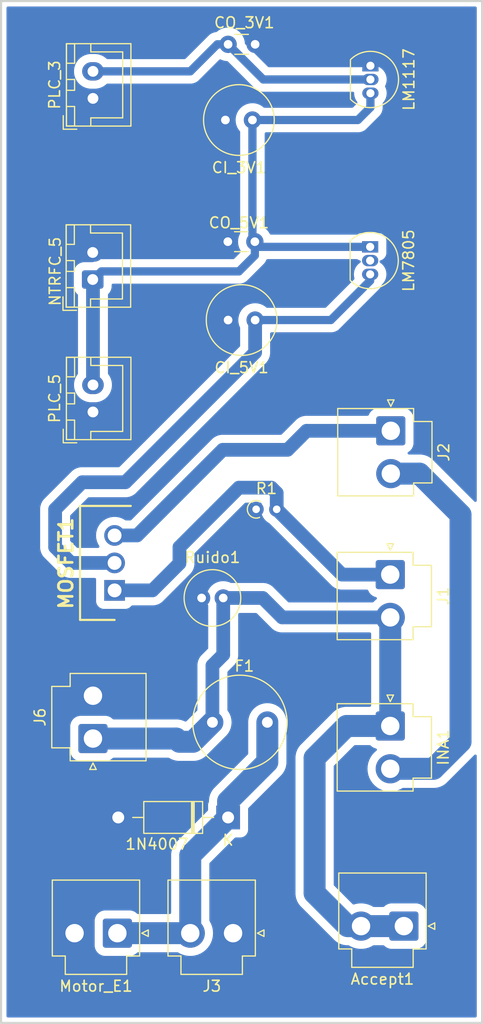
<source format=kicad_pcb>
(kicad_pcb (version 20240108) (generator "pcbnew") (generator_version "8.0")
  (layers (0 "F.Cu" signal) (31 "B.Cu" signal) (34 "B.Paste" user) (35 "F.Paste" user) (36 "B.SilkS" user "B.Silkscreen") (37 "F.SilkS" user "F.Silkscreen") (38 "B.Mask" user) (39 "F.Mask" user) (44 "Edge.Cuts" user))
  (net 0 "")
  (net 1 "/GND")
  (net 2 "/Regulator")
  (net 3 "/5V")
  (net 4 "/3.3V")
  (net 5 "/Motor")
  (net 6 "/12V")
  (net 7 "/Gate")
  (net 8 "/BA")
  (net 9 "/CRCT")
  (footprint "Connector_JST:JST_XH_B2B-XH-A_1x02_P2.50mm_Vertical" (layer "F.Cu") (at 113 97.5 90)
    (property "Reference" "PLC_5" (at 1.25 -3.55 90) (layer "F.SilkS"))
    (property "Value" "Conn_01x02_Pin")
    (fp_line (start -1.6 -2.75) (end -2.85 -2.75) (stroke (width 0.12)) (layer "F.SilkS"))
    (fp_line (start -2.85 -2.75) (end -2.85 -1.5) (stroke (width 0.12)) (layer "F.SilkS"))
    (fp_line (start 5.06 -2.46) (end -2.56 -2.46) (stroke (width 0.12)) (layer "F.SilkS"))
    (fp_line (start -2.56 -2.46) (end -2.56 3.51) (stroke (width 0.12)) (layer "F.SilkS"))
    (fp_line (start 5.05 -2.45) (end 3.25 -2.45) (stroke (width 0.12)) (layer "F.SilkS"))
    (fp_line (start 3.25 -2.45) (end 3.25 -1.7) (stroke (width 0.12)) (layer "F.SilkS"))
    (fp_line (start 1.75 -2.45) (end 0.75 -2.45) (stroke (width 0.12)) (layer "F.SilkS"))
    (fp_line (start 0.75 -2.45) (end 0.75 -1.7) (stroke (width 0.12)) (layer "F.SilkS"))
    (fp_line (start -0.75 -2.45) (end -2.55 -2.45) (stroke (width 0.12)) (layer "F.SilkS"))
    (fp_line (start -2.55 -2.45) (end -2.55 -1.7) (stroke (width 0.12)) (layer "F.SilkS"))
    (fp_line (start 5.05 -1.7) (end 5.05 -2.45) (stroke (width 0.12)) (layer "F.SilkS"))
    (fp_line (start 3.25 -1.7) (end 5.05 -1.7) (stroke (width 0.12)) (layer "F.SilkS"))
    (fp_line (start 1.75 -1.7) (end 1.75 -2.45) (stroke (width 0.12)) (layer "F.SilkS"))
    (fp_line (start 0.75 -1.7) (end 1.75 -1.7) (stroke (width 0.12)) (layer "F.SilkS"))
    (fp_line (start -0.75 -1.7) (end -0.75 -2.45) (stroke (width 0.12)) (layer "F.SilkS"))
    (fp_line (start -2.55 -1.7) (end -0.75 -1.7) (stroke (width 0.12)) (layer "F.SilkS"))
    (fp_line (start 5.05 -0.2) (end 4.3 -0.2) (stroke (width 0.12)) (layer "F.SilkS"))
    (fp_line (start 4.3 -0.2) (end 4.3 2.75) (stroke (width 0.12)) (layer "F.SilkS"))
    (fp_line (start -1.8 -0.2) (end -1.8 2.75) (stroke (width 0.12)) (layer "F.SilkS"))
    (fp_line (start -2.55 -0.2) (end -1.8 -0.2) (stroke (width 0.12)) (layer "F.SilkS"))
    (fp_line (start 4.3 2.75) (end 1.25 2.75) (stroke (width 0.12)) (layer "F.SilkS"))
    (fp_line (start -1.8 2.75) (end 1.25 2.75) (stroke (width 0.12)) (layer "F.SilkS"))
    (fp_line (start 5.06 3.51) (end 5.06 -2.46) (stroke (width 0.12)) (layer "F.SilkS"))
    (fp_line (start -2.56 3.51) (end 5.06 3.51) (stroke (width 0.12)) (layer "F.SilkS"))
    (pad "1" thru_hole roundrect (at 0 0 90) (size 1.7 2) (drill 1) (layers "*.Cu" "*.Mask") (roundrect_rratio 0.147059) (net 1 "/GND"))
    (pad "2" thru_hole oval (at 2.5 0 90) (size 1.7 2) (drill 1) (layers "*.Cu" "*.Mask") (net 3 "/5V"))
  )
  (footprint "Diode_THT:D_DO-41_SOD81_P10.16mm_Horizontal" (layer "F.Cu") (at 125.5 135 180)
    (property "Reference" "1N4007" (at 6.58 -2.47 0) (layer "F.SilkS"))
    (property "Value" "1N4007")
    (fp_line (start 8.82 0) (end 7.8 0) (stroke (width 0.12)) (layer "F.SilkS"))
    (fp_line (start 7.8 1.47) (end 7.8 -1.47) (stroke (width 0.12)) (layer "F.SilkS"))
    (fp_line (start 7.8 -1.47) (end 2.36 -1.47) (stroke (width 0.12)) (layer "F.SilkS"))
    (fp_line (start 3.38 -1.47) (end 3.38 1.47) (stroke (width 0.12)) (layer "F.SilkS"))
    (fp_line (start 3.26 -1.47) (end 3.26 1.47) (stroke (width 0.12)) (layer "F.SilkS"))
    (fp_line (start 3.14 -1.47) (end 3.14 1.47) (stroke (width 0.12)) (layer "F.SilkS"))
    (fp_line (start 2.36 1.47) (end 7.8 1.47) (stroke (width 0.12)) (layer "F.SilkS"))
    (fp_line (start 2.36 -1.47) (end 2.36 1.47) (stroke (width 0.12)) (layer "F.SilkS"))
    (fp_line (start 1.34 0) (end 2.36 0) (stroke (width 0.12)) (layer "F.SilkS"))
    (fp_text user "K" (at 0 -2.1 0) (layer "F.SilkS"))
    (pad "1" thru_hole rect (at 0 0 180) (size 2.2 2.2) (drill 1.1) (layers "*.Cu" "*.Mask") (net 5 "/Motor"))
    (pad "2" thru_hole oval (at 10.16 0 180) (size 2.2 2.2) (drill 1.1) (layers "*.Cu" "*.Mask") (net 1 "/GND"))
  )
  (footprint "Connector_JST:JST_VH_B2P-VH_1x02_P3.96mm_Vertical" (layer "F.Cu") (at 140.5 112.54 -90)
    (property "Reference" "J1" (at 1.98 -4.9 90) (layer "F.SilkS"))
    (property "Value" "Emergency")
    (fp_line (start -2.06 4.91) (end -2.06 -2.11) (stroke (width 0.12)) (layer "F.SilkS"))
    (fp_line (start 6.02 4.91) (end -2.06 4.91) (stroke (width 0.12)) (layer "F.SilkS"))
    (fp_line (start -2.86 0.3) (end -2.86 -0.3) (stroke (width 0.12)) (layer "F.SilkS"))
    (fp_line (start -2.26 0) (end -2.86 0.3) (stroke (width 0.12)) (layer "F.SilkS"))
    (fp_line (start -2.86 -0.3) (end -2.26 0) (stroke (width 0.12)) (layer "F.SilkS"))
    (fp_line (start -2.06 -2.11) (end -0.86 -2.11) (stroke (width 0.12)) (layer "F.SilkS"))
    (fp_line (start -0.86 -2.11) (end -0.86 -3.81) (stroke (width 0.12)) (layer "F.SilkS"))
    (fp_line (start 4.82 -2.11) (end 6.02 -2.11) (stroke (width 0.12)) (layer "F.SilkS"))
    (fp_line (start 6.02 -2.11) (end 6.02 4.91) (stroke (width 0.12)) (layer "F.SilkS"))
    (fp_line (start -0.86 -3.81) (end 4.82 -3.81) (stroke (width 0.12)) (layer "F.SilkS"))
    (fp_line (start 4.82 -3.81) (end 4.82 -2.11) (stroke (width 0.12)) (layer "F.SilkS"))
    (pad "1" thru_hole roundrect (at 0 0 270) (size 2.7 2.7) (drill 1.7) (layers "*.Cu" "*.Mask") (roundrect_rratio 0.092593) (net 7 "/Gate"))
    (pad "2" thru_hole circle (at 3.96 0 270) (size 2.7 2.7) (drill 1.7) (layers "*.Cu" "*.Mask") (net 6 "/12V"))
  )
  (footprint "Connector_JST:JST_VH_B2P-VH_1x02_P3.96mm_Vertical" (layer "F.Cu") (at 141.7575 145.05 180)
    (property "Reference" "Accept1" (at 1.98 -4.9 0) (layer "F.SilkS"))
    (property "Value" "Conn_01x02_Pin")
    (fp_line (start 6.02 4.91) (end -2.06 4.91) (stroke (width 0.12)) (layer "F.SilkS"))
    (fp_line (start 6.02 -2.11) (end 6.02 4.91) (stroke (width 0.12)) (layer "F.SilkS"))
    (fp_line (start 4.82 -2.11) (end 6.02 -2.11) (stroke (width 0.12)) (layer "F.SilkS"))
    (fp_line (start 4.82 -3.81) (end 4.82 -2.11) (stroke (width 0.12)) (layer "F.SilkS"))
    (fp_line (start -0.86 -2.11) (end -0.86 -3.81) (stroke (width 0.12)) (layer "F.SilkS"))
    (fp_line (start -0.86 -3.81) (end 4.82 -3.81) (stroke (width 0.12)) (layer "F.SilkS"))
    (fp_line (start -2.06 4.91) (end -2.06 -2.11) (stroke (width 0.12)) (layer "F.SilkS"))
    (fp_line (start -2.06 -2.11) (end -0.86 -2.11) (stroke (width 0.12)) (layer "F.SilkS"))
    (fp_line (start -2.26 0) (end -2.86 0.3) (stroke (width 0.12)) (layer "F.SilkS"))
    (fp_line (start -2.86 0.3) (end -2.86 -0.3) (stroke (width 0.12)) (layer "F.SilkS"))
    (fp_line (start -2.86 -0.3) (end -2.26 0) (stroke (width 0.12)) (layer "F.SilkS"))
    (pad "1" thru_hole roundrect (at 0 0 180) (size 2.7 2.7) (drill 1.7) (layers "*.Cu" "*.Mask") (roundrect_rratio 0.092593) (net 6 "/12V"))
    (pad "2" thru_hole circle (at 3.96 0 180) (size 2.7 2.7) (drill 1.7) (layers "*.Cu" "*.Mask") (net 6 "/12V"))
  )
  (footprint "IRF9540:TO254P469X1042X1967-3P" (layer "F.Cu") (at 115 114 90)
    (property "Reference" "MOSFET1" (at 2.5 -4.5 90) (layer "F.SilkS") (effects (font (size 1.27 1.27) (thickness 0.254))))
    (property "Value" "IRF9540NPBF" (hide yes))
    (fp_line (start 7.81 -3.195) (end -2.73 -3.195) (stroke (width 0.2)) (layer "F.SilkS"))
    (fp_line (start -2.73 -3.195) (end -2.73 0) (stroke (width 0.2)) (layer "F.SilkS"))
    (fp_line (start 7.81 1.495) (end 7.81 -3.195) (stroke (width 0.2)) (layer "F.SilkS"))
    (pad "1" thru_hole rect (at 0 0 90) (size 1.92 1.92) (drill 1.28) (layers "*.Cu" "*.Mask") (net 7 "/Gate"))
    (pad "2" thru_hole circle (at 2.54 0 90) (size 1.92 1.92) (drill 1.28) (layers "*.Cu" "*.Mask") (net 2 "/Regulator"))
    (pad "3" thru_hole circle (at 5.08 0 90) (size 1.92 1.92) (drill 1.28) (layers "*.Cu" "*.Mask") (net 8 "/BA"))
  )
  (footprint "Connector_JST:JST_VH_B2P-VH_1x02_P3.96mm_Vertical" (layer "F.Cu") (at 140.5 126.54 -90)
    (property "Reference" "INA1" (at 1.98 -4.9 90) (layer "F.SilkS"))
    (property "Value" "Conn_01x02_Pin")
    (fp_line (start -2.06 4.91) (end -2.06 -2.11) (stroke (width 0.12)) (layer "F.SilkS"))
    (fp_line (start 6.02 4.91) (end -2.06 4.91) (stroke (width 0.12)) (layer "F.SilkS"))
    (fp_line (start -2.86 0.3) (end -2.86 -0.3) (stroke (width 0.12)) (layer "F.SilkS"))
    (fp_line (start -2.26 0) (end -2.86 0.3) (stroke (width 0.12)) (layer "F.SilkS"))
    (fp_line (start -2.86 -0.3) (end -2.26 0) (stroke (width 0.12)) (layer "F.SilkS"))
    (fp_line (start -2.06 -2.11) (end -0.86 -2.11) (stroke (width 0.12)) (layer "F.SilkS"))
    (fp_line (start -0.86 -2.11) (end -0.86 -3.81) (stroke (width 0.12)) (layer "F.SilkS"))
    (fp_line (start 4.82 -2.11) (end 6.02 -2.11) (stroke (width 0.12)) (layer "F.SilkS"))
    (fp_line (start 6.02 -2.11) (end 6.02 4.91) (stroke (width 0.12)) (layer "F.SilkS"))
    (fp_line (start -0.86 -3.81) (end 4.82 -3.81) (stroke (width 0.12)) (layer "F.SilkS"))
    (fp_line (start 4.82 -3.81) (end 4.82 -2.11) (stroke (width 0.12)) (layer "F.SilkS"))
    (pad "1" thru_hole roundrect (at 0 0 270) (size 2.7 2.7) (drill 1.7) (layers "*.Cu" "*.Mask") (roundrect_rratio 0.092593) (net 6 "/12V"))
    (pad "2" thru_hole circle (at 3.96 0 270) (size 2.7 2.7) (drill 1.7) (layers "*.Cu" "*.Mask") (net 9 "/CRCT"))
  )
  (footprint "Capacitor_THT:C_Disc_D3.0mm_W1.6mm_P2.50mm" (layer "F.Cu") (at 125.5 63.5)
    (property "Reference" "CO_3V1" (at 1.5 -2 0) (layer "F.SilkS"))
    (property "Value" "100nF")
    (fp_line (start 0.621 -0.92) (end 1.879 -0.92) (stroke (width 0.12)) (layer "F.SilkS"))
    (fp_line (start 0.621 0.92) (end 1.879 0.92) (stroke (width 0.12)) (layer "F.SilkS"))
    (pad "1" thru_hole circle (at 0 0) (size 1.6 1.6) (drill 0.8) (layers "*.Cu" "*.Mask") (net 4 "/3.3V"))
    (pad "2" thru_hole circle (at 2.5 0) (size 1.6 1.6) (drill 0.8) (layers "*.Cu" "*.Mask") (net 1 "/GND"))
  )
  (footprint "Package_TO_SOT_THT:TO-92_Inline" (layer "F.Cu") (at 138.665 65.48 -90)
    (property "Reference" "LM1117" (at 1.27 -3.56 90) (layer "F.SilkS"))
    (property "Value" "LM1117DT-3.3")
    (fp_line (start -0.53 1.85) (end 3.07 1.85) (stroke (width 0.12)) (layer "F.SilkS"))
    (fp_arc (start -0.568478 1.838478) (mid -1.132087 -0.994977) (end 1.27 -2.6) (stroke (width 0.12)) (layer "F.SilkS"))
    (fp_arc (start 1.27 -2.6) (mid 3.672087 -0.994977) (end 3.108478 1.838478) (stroke (width 0.12)) (layer "F.SilkS"))
    (pad "1" thru_hole rect (at 0 0 270) (size 1.05 1.5) (drill 0.75) (layers "*.Cu" "*.Mask") (net 1 "/GND"))
    (pad "2" thru_hole oval (at 1.27 0 270) (size 1.05 1.5) (drill 0.75) (layers "*.Cu" "*.Mask") (net 4 "/3.3V"))
    (pad "3" thru_hole oval (at 2.54 0 270) (size 1.05 1.5) (drill 0.75) (layers "*.Cu" "*.Mask") (net 3 "/5V"))
  )
  (footprint "Connector_JST:JST_VH_B2P-VH_1x02_P3.96mm_Vertical" (layer "F.Cu") (at 113 127.7025 90)
    (property "Reference" "J6" (at 1.98 -4.9 90) (layer "F.SilkS"))
    (property "Value" "Source")
    (fp_line (start 4.82 -3.81) (end 4.82 -2.11) (stroke (width 0.12)) (layer "F.SilkS"))
    (fp_line (start -0.86 -3.81) (end 4.82 -3.81) (stroke (width 0.12)) (layer "F.SilkS"))
    (fp_line (start 6.02 -2.11) (end 6.02 4.91) (stroke (width 0.12)) (layer "F.SilkS"))
    (fp_line (start 4.82 -2.11) (end 6.02 -2.11) (stroke (width 0.12)) (layer "F.SilkS"))
    (fp_line (start -0.86 -2.11) (end -0.86 -3.81) (stroke (width 0.12)) (layer "F.SilkS"))
    (fp_line (start -2.06 -2.11) (end -0.86 -2.11) (stroke (width 0.12)) (layer "F.SilkS"))
    (fp_line (start -2.86 -0.3) (end -2.26 0) (stroke (width 0.12)) (layer "F.SilkS"))
    (fp_line (start -2.26 0) (end -2.86 0.3) (stroke (width 0.12)) (layer "F.SilkS"))
    (fp_line (start -2.86 0.3) (end -2.86 -0.3) (stroke (width 0.12)) (layer "F.SilkS"))
    (fp_line (start 6.02 4.91) (end -2.06 4.91) (stroke (width 0.12)) (layer "F.SilkS"))
    (fp_line (start -2.06 4.91) (end -2.06 -2.11) (stroke (width 0.12)) (layer "F.SilkS"))
    (pad "1" thru_hole roundrect (at 0 0 90) (size 2.7 2.7) (drill 1.7) (layers "*.Cu" "*.Mask") (roundrect_rratio 0.092593) (net 6 "/12V"))
    (pad "2" thru_hole circle (at 3.96 0 90) (size 2.7 2.7) (drill 1.7) (layers "*.Cu" "*.Mask") (net 1 "/GND"))
  )
  (footprint "Connector_JST:JST_VH_B2P-VH_1x02_P3.96mm_Vertical" (layer "F.Cu") (at 125.96 145.7025 180)
    (property "Reference" "J3" (at 1.96 -4.9 180) (layer "F.SilkS"))
    (property "Value" "Motor_D")
    (fp_line (start 6.02 4.91) (end -2.06 4.91) (stroke (width 0.12)) (layer "F.SilkS"))
    (fp_line (start 6.02 -2.11) (end 6.02 4.91) (stroke (width 0.12)) (layer "F.SilkS"))
    (fp_line (start 4.82 -2.11) (end 6.02 -2.11) (stroke (width 0.12)) (layer "F.SilkS"))
    (fp_line (start 4.82 -3.81) (end 4.82 -2.11) (stroke (width 0.12)) (layer "F.SilkS"))
    (fp_line (start -0.86 -2.11) (end -0.86 -3.81) (stroke (width 0.12)) (layer "F.SilkS"))
    (fp_line (start -0.86 -3.81) (end 4.82 -3.81) (stroke (width 0.12)) (layer "F.SilkS"))
    (fp_line (start -2.06 4.91) (end -2.06 -2.11) (stroke (width 0.12)) (layer "F.SilkS"))
    (fp_line (start -2.06 -2.11) (end -0.86 -2.11) (stroke (width 0.12)) (layer "F.SilkS"))
    (fp_line (start -2.26 0) (end -2.86 0.3) (stroke (width 0.12)) (layer "F.SilkS"))
    (fp_line (start -2.86 0.3) (end -2.86 -0.3) (stroke (width 0.12)) (layer "F.SilkS"))
    (fp_line (start -2.86 -0.3) (end -2.26 0) (stroke (width 0.12)) (layer "F.SilkS"))
    (pad "1" thru_hole roundrect (at 0 0 180) (size 2.7 2.7) (drill 1.7) (layers "*.Cu" "*.Mask") (roundrect_rratio 0.092593) (net 1 "/GND"))
    (pad "2" thru_hole circle (at 3.96 0 180) (size 2.7 2.7) (drill 1.7) (layers "*.Cu" "*.Mask") (net 5 "/Motor"))
  )
  (footprint "Capacitor_THT:C_Radial_D6.3mm_H11.0mm_P2.50mm" (layer "F.Cu") (at 127.75 70.5 180)
    (property "Reference" "CI_3V1" (at 1.25 -4.4 180) (layer "F.SilkS"))
    (property "Value" "100uF")
    (fp_circle (center 1.25 0) (end 4.52 0) (stroke (width 0.12)) (fill none) (layer "F.SilkS"))
    (pad "1" thru_hole circle (at 0 0 180) (size 1.6 1.6) (drill 0.8) (layers "*.Cu" "*.Mask") (net 3 "/5V"))
    (pad "2" thru_hole circle (at 2.5 0 180) (size 1.6 1.6) (drill 0.8) (layers "*.Cu" "*.Mask") (net 1 "/GND"))
  )
  (footprint "Connector_JST:JST_VH_B2P-VH_1x02_P3.96mm_Vertical" (layer "F.Cu") (at 115.2575 145.7025 180)
    (property "Reference" "Motor_E1" (at 1.98 -4.9 180) (layer "F.SilkS"))
    (property "Value" "Conn_01x02_Pin")
    (fp_line (start 6.02 4.91) (end -2.06 4.91) (stroke (width 0.12)) (layer "F.SilkS"))
    (fp_line (start 6.02 -2.11) (end 6.02 4.91) (stroke (width 0.12)) (layer "F.SilkS"))
    (fp_line (start 4.82 -2.11) (end 6.02 -2.11) (stroke (width 0.12)) (layer "F.SilkS"))
    (fp_line (start 4.82 -3.81) (end 4.82 -2.11) (stroke (width 0.12)) (layer "F.SilkS"))
    (fp_line (start -0.86 -2.11) (end -0.86 -3.81) (stroke (width 0.12)) (layer "F.SilkS"))
    (fp_line (start -0.86 -3.81) (end 4.82 -3.81) (stroke (width 0.12)) (layer "F.SilkS"))
    (fp_line (start -2.06 4.91) (end -2.06 -2.11) (stroke (width 0.12)) (layer "F.SilkS"))
    (fp_line (start -2.06 -2.11) (end -0.86 -2.11) (stroke (width 0.12)) (layer "F.SilkS"))
    (fp_line (start -2.26 0) (end -2.86 0.3) (stroke (width 0.12)) (layer "F.SilkS"))
    (fp_line (start -2.86 0.3) (end -2.86 -0.3) (stroke (width 0.12)) (layer "F.SilkS"))
    (fp_line (start -2.86 -0.3) (end -2.26 0) (stroke (width 0.12)) (layer "F.SilkS"))
    (pad "1" thru_hole roundrect (at 0 0 180) (size 2.7 2.7) (drill 1.7) (layers "*.Cu" "*.Mask") (roundrect_rratio 0.092593) (net 5 "/Motor"))
    (pad "2" thru_hole circle (at 3.96 0 180) (size 2.7 2.7) (drill 1.7) (layers "*.Cu" "*.Mask") (net 1 "/GND"))
  )
  (footprint "Connector_JST:JST_XH_B2B-XH-A_1x02_P2.50mm_Vertical" (layer "F.Cu") (at 112.975 85.25 90)
    (property "Reference" "NTRFC_5" (at 0.75 -3.475 90) (layer "F.SilkS"))
    (property "Value" "Conn_01x02_Pin")
    (fp_line (start -1.6 -2.75) (end -2.85 -2.75) (stroke (width 0.12)) (layer "F.SilkS"))
    (fp_line (start -2.85 -2.75) (end -2.85 -1.5) (stroke (width 0.12)) (layer "F.SilkS"))
    (fp_line (start 5.06 -2.46) (end -2.56 -2.46) (stroke (width 0.12)) (layer "F.SilkS"))
    (fp_line (start -2.56 -2.46) (end -2.56 3.51) (stroke (width 0.12)) (layer "F.SilkS"))
    (fp_line (start 5.05 -2.45) (end 3.25 -2.45) (stroke (width 0.12)) (layer "F.SilkS"))
    (fp_line (start 3.25 -2.45) (end 3.25 -1.7) (stroke (width 0.12)) (layer "F.SilkS"))
    (fp_line (start 1.75 -2.45) (end 0.75 -2.45) (stroke (width 0.12)) (layer "F.SilkS"))
    (fp_line (start 0.75 -2.45) (end 0.75 -1.7) (stroke (width 0.12)) (layer "F.SilkS"))
    (fp_line (start -0.75 -2.45) (end -2.55 -2.45) (stroke (width 0.12)) (layer "F.SilkS"))
    (fp_line (start -2.55 -2.45) (end -2.55 -1.7) (stroke (width 0.12)) (layer "F.SilkS"))
    (fp_line (start 5.05 -1.7) (end 5.05 -2.45) (stroke (width 0.12)) (layer "F.SilkS"))
    (fp_line (start 3.25 -1.7) (end 5.05 -1.7) (stroke (width 0.12)) (layer "F.SilkS"))
    (fp_line (start 1.75 -1.7) (end 1.75 -2.45) (stroke (width 0.12)) (layer "F.SilkS"))
    (fp_line (start 0.75 -1.7) (end 1.75 -1.7) (stroke (width 0.12)) (layer "F.SilkS"))
    (fp_line (start -0.75 -1.7) (end -0.75 -2.45) (stroke (width 0.12)) (layer "F.SilkS"))
    (fp_line (start -2.55 -1.7) (end -0.75 -1.7) (stroke (width 0.12)) (layer "F.SilkS"))
    (fp_line (start 5.05 -0.2) (end 4.3 -0.2) (stroke (width 0.12)) (layer "F.SilkS"))
    (fp_line (start 4.3 -0.2) (end 4.3 2.75) (stroke (width 0.12)) (layer "F.SilkS"))
    (fp_line (start -1.8 -0.2) (end -1.8 2.75) (stroke (width 0.12)) (layer "F.SilkS"))
    (fp_line (start -2.55 -0.2) (end -1.8 -0.2) (stroke (width 0.12)) (layer "F.SilkS"))
    (fp_line (start 4.3 2.75) (end 1.25 2.75) (stroke (width 0.12)) (layer "F.SilkS"))
    (fp_line (start -1.8 2.75) (end 1.25 2.75) (stroke (width 0.12)) (layer "F.SilkS"))
    (fp_line (start 5.06 3.51) (end 5.06 -2.46) (stroke (width 0.12)) (layer "F.SilkS"))
    (fp_line (start -2.56 3.51) (end 5.06 3.51) (stroke (width 0.12)) (layer "F.SilkS"))
    (pad "1" thru_hole roundrect (at 0 0 90) (size 1.7 2) (drill 1) (layers "*.Cu" "*.Mask") (roundrect_rratio 0.147059) (net 3 "/5V"))
    (pad "2" thru_hole oval (at 2.5 0 90) (size 1.7 2) (drill 1) (layers "*.Cu" "*.Mask") (net 1 "/GND"))
  )
  (footprint "Fuse:Fuse_Littelfuse_372_D8.50mm" (layer "F.Cu") (at 124.05 126.2025)
    (property "Reference" "F1" (at 2.95 -5.2025 0) (layer "F.SilkS"))
    (property "Value" "Fuse")
    (fp_circle (center 2.54 0) (end 6.9 0) (stroke (width 0.12)) (fill none) (layer "F.SilkS"))
    (pad "1" thru_hole circle (at 0 0) (size 2 2) (drill 1) (layers "*.Cu" "*.Mask") (net 6 "/12V"))
    (pad "2" thru_hole circle (at 5.08 0) (size 2 2) (drill 1) (layers "*.Cu" "*.Mask") (net 5 "/Motor"))
  )
  (footprint "Connector_JST:JST_XH_B2B-XH-A_1x02_P2.50mm_Vertical" (layer "F.Cu") (at 113 68.5 90)
    (property "Reference" "PLC_3" (at 1.25 -3.55 90) (layer "F.SilkS"))
    (property "Value" "Conn_01x02_Pin")
    (fp_line (start -1.6 -2.75) (end -2.85 -2.75) (stroke (width 0.12)) (layer "F.SilkS"))
    (fp_line (start -2.85 -2.75) (end -2.85 -1.5) (stroke (width 0.12)) (layer "F.SilkS"))
    (fp_line (start 5.06 -2.46) (end -2.56 -2.46) (stroke (width 0.12)) (layer "F.SilkS"))
    (fp_line (start -2.56 -2.46) (end -2.56 3.51) (stroke (width 0.12)) (layer "F.SilkS"))
    (fp_line (start 5.05 -2.45) (end 3.25 -2.45) (stroke (width 0.12)) (layer "F.SilkS"))
    (fp_line (start 3.25 -2.45) (end 3.25 -1.7) (stroke (width 0.12)) (layer "F.SilkS"))
    (fp_line (start 1.75 -2.45) (end 0.75 -2.45) (stroke (width 0.12)) (layer "F.SilkS"))
    (fp_line (start 0.75 -2.45) (end 0.75 -1.7) (stroke (width 0.12)) (layer "F.SilkS"))
    (fp_line (start -0.75 -2.45) (end -2.55 -2.45) (stroke (width 0.12)) (layer "F.SilkS"))
    (fp_line (start -2.55 -2.45) (end -2.55 -1.7) (stroke (width 0.12)) (layer "F.SilkS"))
    (fp_line (start 5.05 -1.7) (end 5.05 -2.45) (stroke (width 0.12)) (layer "F.SilkS"))
    (fp_line (start 3.25 -1.7) (end 5.05 -1.7) (stroke (width 0.12)) (layer "F.SilkS"))
    (fp_line (start 1.75 -1.7) (end 1.75 -2.45) (stroke (width 0.12)) (layer "F.SilkS"))
    (fp_line (start 0.75 -1.7) (end 1.75 -1.7) (stroke (width 0.12)) (layer "F.SilkS"))
    (fp_line (start -0.75 -1.7) (end -0.75 -2.45) (stroke (width 0.12)) (layer "F.SilkS"))
    (fp_line (start -2.55 -1.7) (end -0.75 -1.7) (stroke (width 0.12)) (layer "F.SilkS"))
    (fp_line (start 5.05 -0.2) (end 4.3 -0.2) (stroke (width 0.12)) (layer "F.SilkS"))
    (fp_line (start 4.3 -0.2) (end 4.3 2.75) (stroke (width 0.12)) (layer "F.SilkS"))
    (fp_line (start -1.8 -0.2) (end -1.8 2.75) (stroke (width 0.12)) (layer "F.SilkS"))
    (fp_line (start -2.55 -0.2) (end -1.8 -0.2) (stroke (width 0.12)) (layer "F.SilkS"))
    (fp_line (start 4.3 2.75) (end 1.25 2.75) (stroke (width 0.12)) (layer "F.SilkS"))
    (fp_line (start -1.8 2.75) (end 1.25 2.75) (stroke (width 0.12)) (layer "F.SilkS"))
    (fp_line (start 5.06 3.51) (end 5.06 -2.46) (stroke (width 0.12)) (layer "F.SilkS"))
    (fp_line (start -2.56 3.51) (end 5.06 3.51) (stroke (width 0.12)) (layer "F.SilkS"))
    (pad "1" thru_hole roundrect (at 0 0 90) (size 1.7 2) (drill 1) (layers "*.Cu" "*.Mask") (roundrect_rratio 0.147059) (net 1 "/GND"))
    (pad "2" thru_hole oval (at 2.5 0 90) (size 1.7 2) (drill 1) (layers "*.Cu" "*.Mask") (net 4 "/3.3V"))
  )
  (footprint "Resistor_THT:R_Axial_DIN0204_L3.6mm_D1.6mm_P1.90mm_Vertical" (layer "F.Cu") (at 128.095 106.5)
    (property "Reference" "R1" (at 0.95 -1.92 0) (layer "F.SilkS"))
    (property "Value" "10k")
    (fp_arc (start 0.320095 0.749359) (mid -0.813042 -0.054435) (end 0.417133 -0.7) (stroke (width 0.12)) (layer "F.SilkS"))
    (pad "1" thru_hole circle (at 0 0) (size 1.4 1.4) (drill 0.7) (layers "*.Cu" "*.Mask") (net 1 "/GND"))
    (pad "2" thru_hole oval (at 1.9 0) (size 1.4 1.4) (drill 0.7) (layers "*.Cu" "*.Mask") (net 7 "/Gate"))
  )
  (footprint "Capacitor_THT:C_Radial_D5.0mm_H11.0mm_P2.00mm" (layer "F.Cu") (at 123.05 114.7025)
    (property "Reference" "Ruido1" (at 1 -3.75 0) (layer "F.SilkS"))
    (property "Value" "10uF")
    (fp_circle (center 1 0) (end 3.62 0) (stroke (width 0.12)) (fill none) (layer "F.SilkS"))
    (pad "1" thru_hole circle (at 0 0) (size 1.6 1.6) (drill 0.8) (layers "*.Cu" "*.Mask") (net 1 "/GND"))
    (pad "2" thru_hole circle (at 2 0) (size 1.6 1.6) (drill 0.8) (layers "*.Cu" "*.Mask") (net 6 "/12V"))
  )
  (footprint "Package_TO_SOT_THT:TO-92_Inline" (layer "F.Cu") (at 138.64 82.23 -90)
    (property "Reference" "LM7805" (at 1.27 -3.56 90) (layer "F.SilkS"))
    (property "Value" "LM78L05_TO92")
    (fp_line (start -0.53 1.85) (end 3.07 1.85) (stroke (width 0.12)) (layer "F.SilkS"))
    (fp_arc (start -0.568478 1.838478) (mid -1.132087 -0.994977) (end 1.27 -2.6) (stroke (width 0.12)) (layer "F.SilkS"))
    (fp_arc (start 1.27 -2.6) (mid 3.672087 -0.994977) (end 3.108478 1.838478) (stroke (width 0.12)) (layer "F.SilkS"))
    (pad "1" thru_hole rect (at 0 0 270) (size 1.05 1.5) (drill 0.75) (layers "*.Cu" "*.Mask") (net 3 "/5V"))
    (pad "2" thru_hole oval (at 1.27 0 270) (size 1.05 1.5) (drill 0.75) (layers "*.Cu" "*.Mask") (net 1 "/GND"))
    (pad "3" thru_hole oval (at 2.54 0 270) (size 1.05 1.5) (drill 0.75) (layers "*.Cu" "*.Mask") (net 2 "/Regulator"))
  )
  (footprint "Connector_JST:JST_VH_B2P-VH_1x02_P3.96mm_Vertical" (layer "F.Cu") (at 140.55 99.2425 -90)
    (property "Reference" "J2" (at 1.98 -4.9 -90) (layer "F.SilkS"))
    (property "Value" "Start")
    (fp_line (start -2.06 4.91) (end -2.06 -2.11) (stroke (width 0.12)) (layer "F.SilkS"))
    (fp_line (start 6.02 4.91) (end -2.06 4.91) (stroke (width 0.12)) (layer "F.SilkS"))
    (fp_line (start -2.86 0.3) (end -2.86 -0.3) (stroke (width 0.12)) (layer "F.SilkS"))
    (fp_line (start -2.26 0) (end -2.86 0.3) (stroke (width 0.12)) (layer "F.SilkS"))
    (fp_line (start -2.86 -0.3) (end -2.26 0) (stroke (width 0.12)) (layer "F.SilkS"))
    (fp_line (start -2.06 -2.11) (end -0.86 -2.11) (stroke (width 0.12)) (layer "F.SilkS"))
    (fp_line (start -0.86 -2.11) (end -0.86 -3.81) (stroke (width 0.12)) (layer "F.SilkS"))
    (fp_line (start 4.82 -2.11) (end 6.02 -2.11) (stroke (width 0.12)) (layer "F.SilkS"))
    (fp_line (start 6.02 -2.11) (end 6.02 4.91) (stroke (width 0.12)) (layer "F.SilkS"))
    (fp_line (start -0.86 -3.81) (end 4.82 -3.81) (stroke (width 0.12)) (layer "F.SilkS"))
    (fp_line (start 4.82 -3.81) (end 4.82 -2.11) (stroke (width 0.12)) (layer "F.SilkS"))
    (pad "1" thru_hole roundrect (at 0 0 270) (size 2.7 2.7) (drill 1.7) (layers "*.Cu" "*.Mask") (roundrect_rratio 0.092593) (net 8 "/BA"))
    (pad "2" thru_hole circle (at 3.96 0 270) (size 2.7 2.7) (drill 1.7) (layers "*.Cu" "*.Mask") (net 9 "/CRCT"))
  )
  (footprint "Capacitor_THT:C_Disc_D3.0mm_W1.6mm_P2.50mm" (layer "F.Cu") (at 127.975 81.75 180)
    (property "Reference" "CO_5V1" (at 1.475 1.75 180) (layer "F.SilkS"))
    (property "Value" "100nF")
    (fp_line (start 0.621 0.92) (end 1.879 0.92) (stroke (width 0.12)) (layer "F.SilkS"))
    (fp_line (start 0.621 -0.92) (end 1.879 -0.92) (stroke (width 0.12)) (layer "F.SilkS"))
    (pad "1" thru_hole circle (at 0 0 180) (size 1.6 1.6) (drill 0.8) (layers "*.Cu" "*.Mask") (net 3 "/5V"))
    (pad "2" thru_hole circle (at 2.5 0 180) (size 1.6 1.6) (drill 0.8) (layers "*.Cu" "*.Mask") (net 1 "/GND"))
  )
  (footprint "Capacitor_THT:C_Radial_D6.3mm_H11.0mm_P2.50mm" (layer "F.Cu") (at 128 89 180)
    (property "Reference" "CI_5V1" (at 1.25 -4.4 180) (layer "F.SilkS"))
    (property "Value" "100uF")
    (fp_circle (center 1.25 0) (end 4.52 0) (stroke (width 0.12)) (fill none) (layer "F.SilkS"))
    (pad "1" thru_hole circle (at 0 0 180) (size 1.6 1.6) (drill 0.8) (layers "*.Cu" "*.Mask") (net 2 "/Regulator"))
    (pad "2" thru_hole circle (at 2.5 0 180) (size 1.6 1.6) (drill 0.8) (layers "*.Cu" "*.Mask") (net 1 "/GND"))
  )
  (gr_rect (start 104.5 59.5) (end 149 154) (stroke (width 0.2)) (fill none) (layer "Edge.Cuts"))
  (segment (start 112.975 68.525) (end 113 68.5) (width 0.2) (layer "B.Cu") (net 1))
  (segment (start 125.25 81.525) (end 125.475 81.75) (width 0.762) (layer "B.Cu") (net 1))
  (segment (start 112 104) (end 116 104) (width 1.27) (layer "B.Cu") (net 2))
  (segment (start 110.96 111.46) (end 109.5 110) (width 1.27) (layer "B.Cu") (net 2))
  (segment (start 116 104) (end 127.975 92.025) (width 1.27) (layer "B.Cu") (net 2))
  (segment (start 115 111.46) (end 110.96 111.46) (width 1.27) (layer "B.Cu") (net 2))
  (segment (start 109.5 106.5) (end 112 104) (width 1.27) (layer "B.Cu") (net 2))
  (segment (start 109.5 110) (end 109.5 106.5) (width 1.27) (layer "B.Cu") (net 2))
  (segment (start 127.975 92.025) (end 128 92) (width 0.2) (layer "B.Cu") (net 2))
  (segment (start 135 89) (end 128 89) (width 0.762) (layer "B.Cu") (net 2))
  (segment (start 128 92) (end 128 89) (width 1.27) (layer "B.Cu") (net 2))
  (segment (start 138.64 84.77) (end 138.64 85.36) (width 0.762) (layer "B.Cu") (net 2))
  (segment (start 138.64 85.36) (end 135 89) (width 0.762) (layer "B.Cu") (net 2))
  (segment (start 126.5 84.5) (end 113.775 84.5) (width 0.762) (layer "B.Cu") (net 3))
  (segment (start 138.665 69.335) (end 137.5 70.5) (width 0.762) (layer "B.Cu") (net 3))
  (segment (start 113 85.275) (end 112.975 85.25) (width 0.2) (layer "B.Cu") (net 3))
  (segment (start 127.975 83.025) (end 126.5 84.5) (width 0.762) (layer "B.Cu") (net 3))
  (segment (start 127.975 81.75) (end 127.75 81.525) (width 0.762) (layer "B.Cu") (net 3))
  (segment (start 138.665 68.02) (end 138.665 69.335) (width 0.762) (layer "B.Cu") (net 3))
  (segment (start 137.5 70.5) (end 127.75 70.5) (width 0.762) (layer "B.Cu") (net 3))
  (segment (start 128.455 82.23) (end 127.975 81.75) (width 0.762) (layer "B.Cu") (net 3))
  (segment (start 127.75 81.525) (end 127.75 70.5) (width 0.762) (layer "B.Cu") (net 3))
  (segment (start 113.775 84.5) (end 113 85.275) (width 0.762) (layer "B.Cu") (net 3))
  (segment (start 138.64 82.23) (end 128.455 82.23) (width 0.762) (layer "B.Cu") (net 3))
  (segment (start 113 95) (end 113 85.275) (width 1.27) (layer "B.Cu") (net 3))
  (segment (start 127.975 81.75) (end 127.975 83.025) (width 0.762) (layer "B.Cu") (net 3))
  (segment (start 122 66) (end 113 66) (width 0.762) (layer "B.Cu") (net 4))
  (segment (start 128.75 66.75) (end 125.5 63.5) (width 0.762) (layer "B.Cu") (net 4))
  (segment (start 125.5 63.5) (end 124.5 63.5) (width 0.762) (layer "B.Cu") (net 4))
  (segment (start 124.5 63.5) (end 122 66) (width 0.762) (layer "B.Cu") (net 4))
  (segment (start 138.665 66.75) (end 128.75 66.75) (width 0.762) (layer "B.Cu") (net 4))
  (segment (start 125.5 135) (end 125.5 133.5) (width 2.032) (layer "B.Cu") (net 5))
  (segment (start 122 145.7025) (end 115.2575 145.7025) (width 2.032) (layer "B.Cu") (net 5))
  (segment (start 122 145.7025) (end 122 138.5) (width 2.032) (layer "B.Cu") (net 5))
  (segment (start 125.5 133.5) (end 129.13 129.87) (width 2.032) (layer "B.Cu") (net 5))
  (segment (start 129.13 129.87) (end 129.13 126.2025) (width 2.032) (layer "B.Cu") (net 5))
  (segment (start 122 138.5) (end 125.5 135) (width 2.032) (layer "B.Cu") (net 5))
  (segment (start 133.5 142) (end 133.5 129.5) (width 2.032) (layer "B.Cu") (net 6))
  (segment (start 140.5 116.5) (end 130.5 116.5) (width 1.27) (layer "B.Cu") (net 6))
  (segment (start 136.46 126.54) (end 140.5 126.54) (width 2.032) (layer "B.Cu") (net 6))
  (segment (start 124.05 126.2025) (end 124.05 120.95) (width 1.27) (layer "B.Cu") (net 6))
  (segment (start 133.5 129.5) (end 136.46 126.54) (width 2.032) (layer "B.Cu") (net 6))
  (segment (start 130.5 116.5) (end 128.7025 114.7025) (width 1.27) (layer "B.Cu") (net 6))
  (segment (start 122.2525 128) (end 121 128) (width 2.032) (layer "B.Cu") (net 6))
  (segment (start 136.55 145.05) (end 133.5 142) (width 2.032) (layer "B.Cu") (net 6))
  (segment (start 128.7025 114.7025) (end 125.05 114.7025) (width 1.27) (layer "B.Cu") (net 6))
  (segment (start 125.05 119.95) (end 125.05 114.7025) (width 1.27) (layer "B.Cu") (net 6))
  (segment (start 137.7975 145.05) (end 136.55 145.05) (width 2.032) (layer "B.Cu") (net 6))
  (segment (start 120.7025 127.7025) (end 113 127.7025) (width 2.032) (layer "B.Cu") (net 6))
  (segment (start 137.7975 145.05) (end 141.7575 145.05) (width 2.032) (layer "B.Cu") (net 6))
  (segment (start 121 128) (end 120.7025 127.7025) (width 2.032) (layer "B.Cu") (net 6))
  (segment (start 124.05 126.2025) (end 122.2525 128) (width 2.032) (layer "B.Cu") (net 6))
  (segment (start 124.05 120.95) (end 125.05 119.95) (width 1.27) (layer "B.Cu") (net 6))
  (segment (start 140.5 126.54) (end 140.5 116.5) (width 2.032) (layer "B.Cu") (net 6))
  (segment (start 129.995 104.995) (end 129.5 104.5) (width 1.27) (layer "B.Cu") (net 7))
  (segment (start 118.5 114) (end 115 114) (width 1.27) (layer "B.Cu") (net 7))
  (segment (start 126.5 104.5) (end 121 110) (width 1.27) (layer "B.Cu") (net 7))
  (segment (start 140.5 112.54) (end 136.035 112.54) (width 1.27) (layer "B.Cu") (net 7))
  (segment (start 129.5 104.5) (end 126.5 104.5) (width 1.27) (layer "B.Cu") (net 7))
  (segment (start 136.035 112.54) (end 129.995 106.5) (width 1.27) (layer "B.Cu") (net 7))
  (segment (start 121 110) (end 121 111.5) (width 1.27) (layer "B.Cu") (net 7))
  (segment (start 121 111.5) (end 118.5 114) (width 1.27) (layer "B.Cu") (net 7))
  (segment (start 129.995 106.5) (end 129.995 104.995) (width 1.27) (layer "B.Cu") (net 7))
  (segment (start 131 101) (end 132.7575 99.2425) (width 1.27) (layer "B.Cu") (net 8))
  (segment (start 125 101) (end 131 101) (width 1.27) (layer "B.Cu") (net 8))
  (segment (start 132.7575 99.2425) (end 140.55 99.2425) (width 1.27) (layer "B.Cu") (net 8))
  (segment (start 115 108.92) (end 117.08 108.92) (width 1.27) (layer "B.Cu") (net 8))
  (segment (start 117.08 108.92) (end 125 101) (width 1.27) (layer "B.Cu") (net 8))
  (segment (start 140.5 130.5) (end 144.5 130.5) (width 2.032) (layer "B.Cu") (net 9))
  (segment (start 144.5 130.5) (end 147 128) (width 2.032) (layer "B.Cu") (net 9))
  (segment (start 147 107) (end 143.2025 103.2025) (width 2.032) (layer "B.Cu") (net 9))
  (segment (start 147 128) (end 147 107) (width 2.032) (layer "B.Cu") (net 9))
  (segment (start 143.2025 103.2025) (end 140.55 103.2025) (width 2.032) (layer "B.Cu") (net 9))
  (zone (net 1) (net_name "/GND") (layer "B.Cu") (connect_pads yes (clearance 0.75)) (min_thickness 0.25) (fill yes (thermal_gap 0.5) (thermal_bridge_width 0.5))
    (polygon (pts (xy 104.5 59.5) (xy 149 59.5) (xy 149 154) (xy 104.5 154)))
  )
)
</source>
